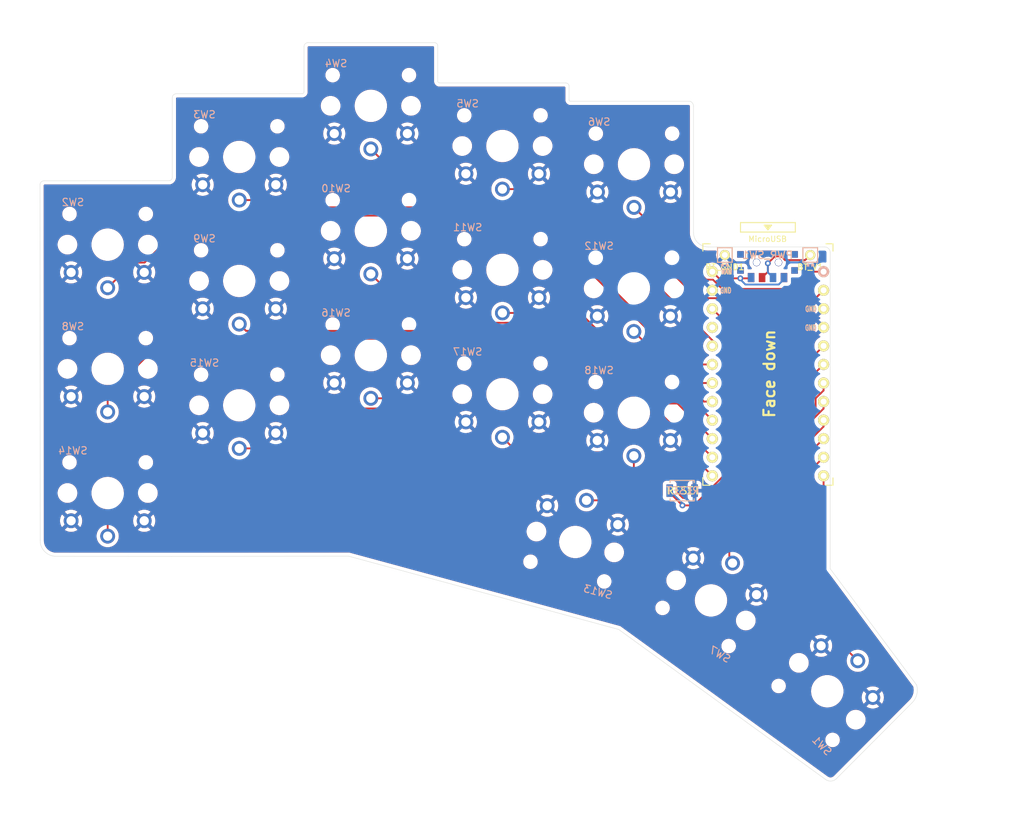
<source format=kicad_pcb>
(kicad_pcb (version 20211014) (generator pcbnew)
  (layers (0 "F.Cu" signal) (31 "B.Cu" signal) (34 "B.Paste" user) (35 "F.Paste" user) (36 "B.SilkS" user "B.Silkscreen") (37 "F.SilkS" user "F.Silkscreen") (38 "B.Mask" user) (39 "F.Mask" user) (44 "Edge.Cuts" user))
  (net 0 "")
  (net 1 "Net-(BT_V1-Pad1)")
  (net 2 "Net-(RSW1-Pad1)")
  (net 3 "GND")
  (net 4 "switch1")
  (net 5 "switch6")
  (net 6 "switch11")
  (net 7 "switch16")
  (net 8 "switch2")
  (net 9 "switch7")
  (net 10 "switch12")
  (net 11 "switch17")
  (net 12 "switch3")
  (net 13 "switch8")
  (net 14 "switch13")
  (net 15 "switch18")
  (net 16 "switch4")
  (net 17 "switch9")
  (net 18 "switch14")
  (net 19 "switch5")
  (net 20 "switch10")
  (net 21 "switch15")
  (net 22 "VCC")
  (net 23 "Net-(PWR_SW1-Pad3)")
  (footprint "kbd:ProMicro_v3_min" (layer "F.Cu") (at 120.711158 67.564)
    (fp_text reference "U1" hide)
    (fp_text value "ProMicro" hide)
    (fp_text user "RAW" (at -5.64 -14.52 unlocked) (layer "B.SilkS") (effects (font (size 0.75 0.5) (thickness 0.125)) (justify mirror)))
    (fp_text user "GND" (at -5.77 -11.88) (layer "B.SilkS") (effects (font (size 0.75 0.5) (thickness 0.125)) (justify mirror)))
    (fp_text user "" (at -1.2065 -16.256) (layer "B.SilkS") (effects (justify mirror)))
    (fp_text user "GND" (at 5.88 -9.35) (layer "B.SilkS") (effects (font (size 0.75 0.5) (thickness 0.125)) (justify mirror)))
    (fp_text user "GND" (at 5.86 -6.77) (layer "B.SilkS") (effects (font (size 0.75 0.5) (thickness 0.125)) (justify mirror)))
    (fp_text user "GND" (at -5.77 -11.91) (layer "F.SilkS") (effects (font (size 0.75 0.5) (thickness 0.125))))
    (fp_text user "GND" (at 5.86 -6.8) (layer "F.SilkS") (effects (font (size 0.75 0.5) (thickness 0.125))))
    (fp_text user "" (at -0.5 -17.25) (layer "F.SilkS"))
    (fp_text user "GND" (at 5.88 -9.38) (layer "F.SilkS") (effects (font (size 0.75 0.5) (thickness 0.125))))
    (fp_text user "MicroUSB" (at -0.05 -18.95) (layer "F.SilkS") (effects (font (size 0.75 0.75) (thickness 0.12))))
    (fp_text user "RAW" (at -5.646009 -14.477575) (layer "F.SilkS") (effects (font (size 0.75 0.5) (thickness 0.125))))
    (fp_line (start 8.9 14.75) (end 7.89 14.75) (layer "F.SilkS") (width 0.15))
    (fp_line (start 0.5 -20.85) (end 0 -20.2) (layer "F.SilkS") (width 0.15))
    (fp_line (start -8.9 14.75) (end -7.9 14.75) (layer "F.SilkS") (width 0.15))
    (fp_line (start -8.9 -18.3) (end -7.9 -18.3) (layer "F.SilkS") (width 0.15))
    (fp_line (start 3.75 -21.2) (end -3.75 -21.2) (layer "F.SilkS") (width 0.15))
    (fp_line (start -0.15 -20.4) (end 0.15 -20.4) (layer "F.SilkS") (width 0.15))
    (fp_line (start -0.5 -20.85) (end 0.5 -20.85) (layer "F.SilkS") (width 0.15))
    (fp_line (start 8.9 -18.3) (end 8.9 -17.3) (layer "F.SilkS") (width 0.15))
    (fp_line (start 3.75 -19.9) (end 3.75 -21.2) (layer "F.SilkS") (width 0.15))
    (fp_line (start 0 -20.2) (end -0.5 -20.85) (layer "F.SilkS") (width 0.15))
    (fp_line (start -8.9 13.7) (end -8.9 14.75) (layer "F.SilkS") (width 0.15))
    (fp_line (start -3.75 -19.9) (end 3.75 -19.9) (layer "F.SilkS") (width 0.15))
    (fp_line (start -0.25 -20.55) (end 0.25 -20.55) (layer "F.SilkS") (width 0.15))
    (fp_line (start 8.9 13.75) (end 8.9 14.75) (layer "F.SilkS") (width 0.15))
    (fp_line (start 8.9 -18.3) (end 7.95 -18.3) (layer "F.SilkS") (width 0.15))
    (fp_line (start -8.9 -18.3) (end -8.9 -17.3) (layer "F.SilkS") (width 0.15))
    (fp_line (start -0.35 -20.7) (end 0.35 -20.7) (layer "F.SilkS") (width 0.15))
    (fp_line (start -3.75 -21.2) (end -3.75 -19.9) (layer "F.SilkS") (width 0.15))
    (pad "1" thru_hole circle locked (at 7.6114 -14.478) (size 1.524 1.524) (drill 0.8128) (layers *.Cu *.SilkS *.Mask) (net 5 "switch6"))
    (pad "2" thru_hole circle locked (at 7.6114 -11.938) (size 1.524 1.524) (drill 0.8128) (layers *.Cu "F.SilkS" "B.Mask") (net 19 "switch5"))
    (pad "3" thru_hole circle locked (at 7.6114 -9.398) (size 1.524 1.524) (drill 0.8128) (layers *.Cu "F.SilkS" "B.Mask") (net 3 "GND"))
    (pad "4" thru_hole circle locked (at 7.6114 -6.858) (size 1.524 1.524) (drill 0.8128) (layers *.Cu "F.SilkS" "B.Mask") (net 3 "GND"))
    (pad "5" thru_hole circle locked (at 7.6114 -4.318) (size 1.524 1.524) (drill 0.8128) (layers *.Cu "F.SilkS" "B.Mask") (net 15 "switch18"))
    (pad "6" thru_hole circle locked (at 7.6114 -1.778) (size 1.524 1.524) (drill 0.8128) (layers *.Cu "F.SilkS" "B.Mask") (net 11 "switch17"))
    (pad "7" thru_hole circle locked (at 7.6114 0.762) (size 1.524 1.524) (drill 0.8128) (layers *.Cu "F.SilkS" "B.Mask") (net 7 "switch16"))
    (pad "8" thru_hole circle locked (at 7.6114 3.302) (size 1.524 1.524) (drill 0.8128) (layers *.Cu "F.SilkS" "B.Mask") (net 21 "switch15"))
    (pad "9" thru_hole circle locked (at 7.6114 5.842) (size 1.524 1.524) (drill 0.8128) (layers *.Cu "F.SilkS" "B.Mask") (net 18 "switch14"))
    (pad "10" thru_hole circle locked (at 7.6114 8.382) (size 1.524 1.524) (drill 0.8128) (layers *.Cu "F.SilkS" "B.Mask") (net 14 "switch13"))
    (pad "11" thru_hole circle locked (at 7.6114 10.922) (size 1.524 1.524) (drill 0.8128) (layers *.Cu "F.SilkS" "B.Mask") (net 9 "switch7"))
    (pad "12" thru_hole circle locked (at 7.6114 13.462) (size 1.524 1.524) (drill 0.8128) (layers *.Cu "F.SilkS" "B.Mask") (net 4 "switch1"))
    (pad "13" thru_hole circle locked (at -7.6086 13.462) (size 1.524 1.524) (drill 0.8128) (layers *.Cu "F.SilkS" "B.Mask") (net 13 "switch8"))
    (pad "14" thru_hole circle locked (at -7.6086 10.922) (size 1.524 1.524) (drill 0.8128) (layers *.Cu "F.SilkS" "B.Mask") (net 17 "switch9"))
    (pad "15" thru_hole circle locked (at -7.6086 8.382) (size 1.524 1.524) (drill 0.8128) (layers *.Cu "F.SilkS" "B.Mask") (net 20 "switch10"))
    (pad "16" thru_hole circle locked (at -7.6086 5.842) (size 1.524 1.524) (drill 0.8128) (layers *.Cu "F.SilkS" "B.Mask") (net 6 "switch11"))
    (pad "17" thru_hole circle locked (at -7.6086 3.302) (size 1.524 1.524) (drill 0.8128) (layers *.Cu "F.SilkS" "B.Mask") (net 10 "switch12"))
    (pad "18" thru_hole circle locked (at -7.6086 0.762) (size 1.524 1.524) (drill 0.8128) (layers *.Cu "F.SilkS" "B.Mask") (net 8 "switch2"))
    (pad "19" thru_hole circle locked (at -7.6086 -1.778) (size 1.524 1.524) (drill 0.8128) (layers *.Cu "F.SilkS" "B.Mask") (net 12 "switch3"))
    (pad "20" thru_hole circle locked (at -7.6086 -4.318) (size 1.524 1.524) (drill 0.8128) (layers *.Cu "F.SilkS" "B.Mask") (net 16 "switch4"))
    (pad "21" thru_hole circle locked (at -7.6086 -6.858) (size 1.524 1.524) (drill 0.8128) (layers *.Cu "F.SilkS" "B.Mask") (net 22 "VCC"))
    (pad "22" thru_hole circle locked (at -7.6086 -9.398) (size 1.524 1.524) (drill 0.8128) (layers *.Cu "F.SilkS" "B.Mask") (net 2 "Net-(RSW1-Pad1)"))
    (pad "23" thru_hole circle locked (at -7.6086 -11.938) (size 1.524 1.524) (drill 0.8128) (layers *.Cu "F.SilkS" "B.Mask") (net 3 "GND"))
    (pad "24" thru_hole circle locked (at -7.6086 -14.478) (size 1.524 1.524) (drill 0.8128) (layers *.Cu "F.SilkS" "B.Mask") (net 23 "Net-(PWR_SW1-Pad3)"))
  )
  (footprint "Exkeylibur:choc_switch_reversible" (layer "F.Cu") (at 66.389158 64.516)
    (fp_text reference "SW16" hide)
    (fp_text value "SW_Push" hide)
    (fp_text user "${REFERENCE}" (at -4.76 -5.8) (layer "B.SilkS") (effects (justify mirror)))
    (pad "" np_thru_hole circle (at 0 0) (size 3.429 3.429) (drill 3.429) (layers *.Cu *.Mask))
    (pad "" np_thru_hole circle (at 5.22 -4.2) (size 0.9906 0.9906) (drill 0.9906) (layers *.Cu *.Mask))
    (pad "" np_thru_hole circle (at 5.5 0) (size 1.7018 1.7018) (drill 1.7018) (layers *.Cu *.Mask))
    (pad "" np_thru_hole circle (at -5.22 -4.2) (size 0.9906 0.9906) (drill 0.9906) (layers *.Cu *.Mask))
    (pad "" np_thru_hole circle (at -5.5 0) (size 1.7018 1.7018) (drill 1.7018) (layers *.Cu *.Mask))
    (pad "1" thru_hole circle (at 0 5.9) (size 2.032 2.032) (drill 1.27) (layers *.Cu *.Mask) (net 7 "switch16"))
    (pad "2" thru_hole circle (at 5 3.8) (size 2.032 2.032) (drill 1.27) (layers *.Cu *.Mask) (net 3 "GND"))
    (pad "2" thru_hole circle (at -5 3.8) (size 2.032 2.032) (drill 1.27) (layers *.Cu *.Mask) (net 3 "GND"))
  )
  (footprint "Exkeylibur:choc_switch_reversible" (layer "F.Cu") (at 112.919158 98.082 150)
    (fp_text reference "SW7" hide)
    (fp_text value "SW_Push" hide)
    (fp_text user "${REFERENCE}" (at -4.76 -5.8 150) (layer "B.SilkS") (effects (justify mirror)))
    (pad "" np_thru_hole circle (at -5.22 -4.2 150) (size 0.9906 0.9906) (drill 0.9906) (layers *.Cu *.Mask))
    (pad "" np_thru_hole circle (at 0 0 150) (size 3.429 3.429) (drill 3.429) (layers *.Cu *.Mask))
    (pad "" np_thru_hole circle (at -5.5 0 150) (size 1.7018 1.7018) (drill 1.7018) (layers *.Cu *.Mask))
    (pad "" np_thru_hole circle (at 5.5 0 150) (size 1.7018 1.7018) (drill 1.7018) (layers *.Cu *.Mask))
    (pad "" np_thru_hole circle (at 5.22 -4.2 150) (size 0.9906 0.9906) (drill 0.9906) (layers *.Cu *.Mask))
    (pad "1" thru_hole circle (at 0 5.9 150) (size 2.032 2.032) (drill 1.27) (layers *.Cu *.Mask) (net 9 "switch7"))
    (pad "2" thru_hole circle (at -5 3.8 150) (size 2.032 2.032) (drill 1.27) (layers *.Cu *.Mask) (net 3 "GND"))
    (pad "2" thru_hole circle (at 5 3.8 150) (size 2.032 2.032) (drill 1.27) (layers *.Cu *.Mask) (net 3 "GND"))
  )
  (footprint "Exkeylibur:choc_switch_reversible" (layer "F.Cu") (at 48.389158 71.374)
    (fp_text reference "SW15" hide)
    (fp_text value "SW_Push" hide)
    (fp_text user "${REFERENCE}" (at -4.76 -5.8) (layer "B.SilkS") (effects (justify mirror)))
    (pad "" np_thru_hole circle (at 5.22 -4.2) (size 0.9906 0.9906) (drill 0.9906) (layers *.Cu *.Mask))
    (pad "" np_thru_hole circle (at -5.22 -4.2) (size 0.9906 0.9906) (drill 0.9906) (layers *.Cu *.Mask))
    (pad "" np_thru_hole circle (at 0 0) (size 3.429 3.429) (drill 3.429) (layers *.Cu *.Mask))
    (pad "" np_thru_hole circle (at -5.5 0) (size 1.7018 1.7018) (drill 1.7018) (layers *.Cu *.Mask))
    (pad "" np_thru_hole circle (at 5.5 0) (size 1.7018 1.7018) (drill 1.7018) (layers *.Cu *.Mask))
    (pad "1" thru_hole circle (at 0 5.9) (size 2.032 2.032) (drill 1.27) (layers *.Cu *.Mask) (net 21 "switch15"))
    (pad "2" thru_hole circle (at 5 3.8) (size 2.032 2.032) (drill 1.27) (layers *.Cu *.Mask) (net 3 "GND"))
    (pad "2" thru_hole circle (at -5 3.8) (size 2.032 2.032) (drill 1.27) (layers *.Cu *.Mask) (net 3 "GND"))
  )
  (footprint "Exkeylibur:choc_switch_reversible" (layer "F.Cu") (at 94.359158 90.082 165)
    (fp_text reference "SW13" hide)
    (fp_text value "SW_Push" hide)
    (fp_text user "${REFERENCE}" (at -4.76 -5.8 165) (layer "B.SilkS") (effects (justify mirror)))
    (pad "" np_thru_hole circle (at -5.22 -4.2 165) (size 0.9906 0.9906) (drill 0.9906) (layers *.Cu *.Mask))
    (pad "" np_thru_hole circle (at 5.5 0 165) (size 1.7018 1.7018) (drill 1.7018) (layers *.Cu *.Mask))
    (pad "" np_thru_hole circle (at 5.22 -4.2 165) (size 0.9906 0.9906) (drill 0.9906) (layers *.Cu *.Mask))
    (pad "" np_thru_hole circle (at -5.5 0 165) (size 1.7018 1.7018) (drill 1.7018) (layers *.Cu *.Mask))
    (pad "" np_thru_hole circle (at 0 0 165) (size 3.429 3.429) (drill 3.429) (layers *.Cu *.Mask))
    (pad "1" thru_hole circle (at 0 5.9 165) (size 2.032 2.032) (drill 1.27) (layers *.Cu *.Mask) (net 14 "switch13"))
    (pad "2" thru_hole circle (at -5 3.8 165) (size 2.032 2.032) (drill 1.27) (layers *.Cu *.Mask) (net 3 "GND"))
    (pad "2" thru_hole circle (at 5 3.8 165) (size 2.032 2.032) (drill 1.27) (layers *.Cu *.Mask) (net 3 "GND"))
  )
  (footprint "Exkeylibur:choc_switch_reversible" (layer "F.Cu") (at 84.389158 69.85)
    (fp_text reference "SW17" hide)
    (fp_text value "SW_Push" hide)
    (fp_text user "${REFERENCE}" (at -4.76 -5.8) (layer "B.SilkS") (effects (justify mirror)))
    (pad "" np_thru_hole circle (at -5.5 0) (size 1.7018 1.7018) (drill 1.7018) (layers *.Cu *.Mask))
    (pad "" np_thru_hole circle (at -5.22 -4.2) (size 0.9906 0.9906) (drill 0.9906) (layers *.Cu *.Mask))
    (pad "" np_thru_hole circle (at 0 0) (size 3.429 3.429) (drill 3.429) (layers *.Cu *.Mask))
    (pad "" np_thru_hole circle (at 5.5 0) (size 1.7018 1.7018) (drill 1.7018) (layers *.Cu *.Mask))
    (pad "" np_thru_hole circle (at 5.22 -4.2) (size 0.9906 0.9906) (drill 0.9906) (layers *.Cu *.Mask))
    (pad "1" thru_hole circle (at 0 5.9) (size 2.032 2.032) (drill 1.27) (layers *.Cu *.Mask) (net 11 "switch17"))
    (pad "2" thru_hole circle (at -5 3.8) (size 2.032 2.032) (drill 1.27) (layers *.Cu *.Mask) (net 3 "GND"))
    (pad "2" thru_hole circle (at 5 3.8) (size 2.032 2.032) (drill 1.27) (layers *.Cu *.Mask) (net 3 "GND"))
  )
  (footprint "Exkeylibur:choc_switch_reversible" (layer "F.Cu") (at 102.369158 72.39)
    (fp_text reference "SW18" hide)
    (fp_text value "SW_Push" hide)
    (fp_text user "${REFERENCE}" (at -4.76 -5.8) (layer "B.SilkS") (effects (justify mirror)))
    (pad "" np_thru_hole circle (at 0 0) (size 3.429 3.429) (drill 3.429) (layers *.Cu *.Mask))
    (pad "" np_thru_hole circle (at 5.22 -4.2) (size 0.9906 0.9906) (drill 0.9906) (layers *.Cu *.Mask))
    (pad "" np_thru_hole circle (at -5.5 0) (size 1.7018 1.7018) (drill 1.7018) (layers *.Cu *.Mask))
    (pad "" np_thru_hole circle (at 5.5 0) (size 1.7018 1.7018) (drill 1.7018) (layers *.Cu *.Mask))
    (pad "" np_thru_hole circle (at -5.22 -4.2) (size 0.9906 0.9906) (drill 0.9906) (layers *.Cu *.Mask))
    (pad "1" thru_hole circle (at 0 5.9) (size 2.032 2.032) (drill 1.27) (layers *.Cu *.Mask) (net 15 "switch18"))
    (pad "2" thru_hole circle (at -5 3.8) (size 2.032 2.032) (drill 1.27) (layers *.Cu *.Mask) (net 3 "GND"))
    (pad "2" thru_hole circle (at 5 3.8) (size 2.032 2.032) (drill 1.27) (layers *.Cu *.Mask) (net 3 "GND"))
  )
  (footprint "Exkeylibur:choc_switch_reversible" (layer "F.Cu") (at 66.389158 30.382)
    (fp_text reference "SW4" hide)
    (fp_text value "SW_Push" hide)
    (fp_text user "${REFERENCE}" (at -4.76 -5.8) (layer "B.SilkS") (effects (justify mirror)))
    (pad "" np_thru_hole circle (at 0 0) (size 3.429 3.429) (drill 3.429) (layers *.Cu *.Mask))
    (pad "" np_thru_hole circle (at -5.22 -4.2) (size 0.9906 0.9906) (drill 0.9906) (layers *.Cu *.Mask))
    (pad "" np_thru_hole circle (at 5.5 0) (size 1.7018 1.7018) (drill 1.7018) (layers *.Cu *.Mask))
    (pad "" np_thru_hole circle (at -5.5 0) (size 1.7018 1.7018) (drill 1.7018) (layers *.Cu *.Mask))
    (pad "" np_thru_hole circle (at 5.22 -4.2) (size 0.9906 0.9906) (drill 0.9906) (layers *.Cu *.Mask))
    (pad "1" thru_hole circle (at 0 5.9) (size 2.032 2.032) (drill 1.27) (layers *.Cu *.Mask) (net 16 "switch4"))
    (pad "2" thru_hole circle (at 5 3.8) (size 2.032 2.032) (drill 1.27) (layers *.Cu *.Mask) (net 3 "GND"))
    (pad "2" thru_hole circle (at -5 3.8) (size 2.032 2.032) (drill 1.27) (layers *.Cu *.Mask) (net 3 "GND"))
  )
  (footprint "Exkeylibur:choc_switch_reversible" (layer "F.Cu") (at 48.389158 37.382)
    (fp_text reference "SW3" hide)
    (fp_text value "SW_Push" hide)
    (fp_text user "${REFERENCE}" (at -4.76 -5.8) (layer "B.SilkS") (effects (justify mirror)))
    (pad "" np_thru_hole circle (at -5.22 -4.2) (size 0.9906 0.9906) (drill 0.9906) (layers *.Cu *.Mask))
    (pad "" np_thru_hole circle (at 5.22 -4.2) (size 0.9906 0.9906) (drill 0.9906) (layers *.Cu *.Mask))
    (pad "" np_thru_hole circle (at 5.5 0) (size 1.7018 1.7018) (drill 1.7018) (layers *.Cu *.Mask))
    (pad "" np_thru_hole circle (at 0 0) (size 3.429 3.429) (drill 3.429) (layers *.Cu *.Mask))
    (pad "" np_thru_hole circle (at -5.5 0) (size 1.7018 1.7018) (drill 1.7018) (layers *.Cu *.Mask))
    (pad "1" thru_hole circle (at 0 5.9) (size 2.032 2.032) (drill 1.27) (layers *.Cu *.Mask) (net 12 "switch3"))
    (pad "2" thru_hole circle (at 5 3.8) (size 2.032 2.032) (drill 1.27) (layers *.Cu *.Mask) (net 3 "GND"))
    (pad "2" thru_hole circle (at -5 3.8) (size 2.032 2.032) (drill 1.27) (layers *.Cu *.Mask) (net 3 "GND"))
  )
  (footprint "Exkeylibur:choc_switch_reversible" (layer "F.Cu") (at 48.389158 54.356)
    (fp_text reference "SW9" hide)
    (fp_text value "SW_Push" hide)
    (fp_text user "${REFERENCE}" (at -4.76 -5.8) (layer "B.SilkS") (effects (justify mirror)))
    (pad "" np_thru_hole circle (at 0 0) (size 3.429 3.429) (drill 3.429) (layers *.Cu *.Mask))
    (pad "" np_thru_hole circle (at 5.22 -4.2) (size 0.9906 0.9906) (drill 0.9906) (layers *.Cu *.Mask))
    (pad "" np_thru_hole circle (at 5.5 0) (size 1.7018 1.7018) (drill 1.7018) (layers *.Cu *.Mask))
    (pad "" np_thru_hole circle (at -5.5 0) (size 1.7018 1.7018) (drill 1.7018) (layers *.Cu *.Mask))
    (pad "" np_thru_hole circle (at -5.22 -4.2) (size 0.9906 0.9906) (drill 0.9906) (layers *.Cu *.Mask))
    (pad "1" thru_hole circle (at 0 5.9) (size 2.032 2.032) (drill 1.27) (layers *.Cu *.Mask) (net 17 "switch9"))
    (pad "2" thru_hole circle (at -5 3.8) (size 2.032 2.032) (drill 1.27) (layers *.Cu *.Mask) (net 3 "GND"))
    (pad "2" thru_hole circle (at 5 3.8) (size 2.032 2.032) (drill 1.27) (layers *.Cu *.Mask) (net 3 "GND"))
  )
  (footprint "Exkeylibur:choc_switch_reversible" (layer "F.Cu") (at 30.389158 83.382)
    (fp_text reference "SW14" hide)
    (fp_text value "SW_Push" hide)
    (fp_text user "${REFERENCE}" (at -4.76 -5.8) (layer "B.SilkS") (effects (justify mirror)))
    (pad "" np_thru_hole circle (at 0 0) (size 3.429 3.429) (drill 3.429) (layers *.Cu *.Mask))
    (pad "" np_thru_hole circle (at 5.5 0) (size 1.7018 1.7018) (drill 1.7018) (layers *.Cu *.Mask))
    (pad "" np_thru_hole circle (at -5.5 0) (size 1.7018 1.7018) (drill 1.7018) (layers *.Cu *.Mask))
    (pad "" np_thru_hole circle (at -5.22 -4.2) (size 0.9906 0.9906) (drill 0.9906) (layers *.Cu *.Mask))
    (pad "" np_thru_hole circle (at 5.22 -4.2) (size 0.9906 0.9906) (drill 0.9906) (layers *.Cu *.Mask))
    (pad "1" thru_hole circle (at 0 5.9) (size 2.032 2.032) (drill 1.27) (layers *.Cu *.Mask) (net 18 "switch14"))
    (pad "2" thru_hole circle (at 5 3.8) (size 2.032 2.032) (drill 1.27) (layers *.Cu *.Mask) (net 3 "GND"))
    (pad "2" thru_hole circle (at -5 3.8) (size 2.032 2.032) (drill 1.27) (layers *.Cu *.Mask) (net 3 "GND"))
  )
  (footprint "Exkeylibur:choc_switch_reversible" (layer "F.Cu") (at 102.369158 55.372)
    (fp_text reference "SW12" hide)
    (fp_text value "SW_Push" hide)
    (fp_text user "${REFERENCE}" (at -4.76 -5.8) (layer "B.SilkS") (effects (justify mirror)))
    (pad "" np_thru_hole circle (at 0 0) (size 3.429 3.429) (drill 3.429) (layers *.Cu *.Mask))
    (pad "" np_thru_hole circle (at 5.5 0) (size 1.7018 1.7018) (drill 1.7018) (layers *.Cu *.Mask))
    (pad "" np_thru_hole circle (at -5.5 0) (size 1.7018 1.7018) (drill 1.7018) (layers *.Cu *.Mask))
    (pad "" np_thru_hole circle (at 5.22 -4.2) (size 0.9906 0.9906) (drill 0.9906) (layers *.Cu *.Mask))
    (pad "" np_thru_hole circle (at -5.22 -4.2) (size 0.9906 0.9906) (drill 0.9906) (layers *.Cu *.Mask))
    (pad "1" thru_hole circle (at 0 5.9) (size 2.032 2.032) (drill 1.27) (layers *.Cu *.Mask) (net 10 "switch12"))
    (pad "2" thru_hole circle (at 5 3.8) (size 2.032 2.032) (drill 1.27) (layers *.Cu *.Mask) (net 3 "GND"))
    (pad "2" thru_hole circle (at -5 3.8) (size 2.032 2.032) (drill 1.27) (layers *.Cu *.Mask) (net 3 "GND"))
  )
  (footprint "Exkeylibur:choc_switch_reversible" (layer "F.Cu") (at 84.389158 52.832)
    (fp_text reference "SW11" hide)
    (fp_text value "SW_Push" hide)
    (fp_text user "${REFERENCE}" (at -4.76 -5.8) (layer "B.SilkS") (effects (justify mirror)))
    (pad "" np_thru_hole circle (at -5.5 0) (size 1.7018 1.7018) (drill 1.7018) (layers *.Cu *.Mask))
    (pad "" np_thru_hole circle (at 0 0) (size 3.429 3.429) (drill 3.429) (layers *.Cu *.Mask))
    (pad "" np_thru_hole circle (at 5.22 -4.2) (size 0.9906 0.9906) (drill 0.9906) (layers *.Cu *.Mask))
    (pad "" np_thru_hole circle (at -5.22 -4.2) (size 0.9906 0.9906) (drill 0.9906) (layers *.Cu *.Mask))
    (pad "" np_thru_hole circle (at 5.5 0) (size 1.7018 1.7018) (drill 1.7018) (layers *.Cu *.Mask))
    (pad "1" thru_hole circle (at 0 5.9) (size 2.032 2.032) (drill 1.27) (layers *.Cu *.Mask) (net 6 "switch11"))
    (pad "2" thru_hole circle (at -5 3.8) (size 2.032 2.032) (drill 1.27) (layers *.Cu *.Mask) (net 3 "GND"))
    (pad "2" thru_hole circle (at 5 3.8) (size 2.032 2.032) (drill 1.27) (layers *.Cu *.Mask) (net 3 "GND"))
  )
  (footprint "Exkeylibur:choc_switch_reversible" (layer "F.Cu") (at 30.389158 66.382)
    (fp_text reference "SW8" hide)
    (fp_text value "SW_Push" hide)
    (fp_text user "${REFERENCE}" (at -4.76 -5.8) (layer "B.SilkS") (effects (justify mirror)))
    (pad "" np_thru_hole circle (at -5.5 0) (size 1.7018 1.7018) (drill 1.7018) (layers *.Cu *.Mask))
    (pad "" np_thru_hole circle (at -5.22 -4.2) (size 0.9906 0.9906) (drill 0.9906) (layers *.Cu *.Mask))
    (pad "" np_thru_hole circle (at 5.5 0) (size 1.7018 1.7018) (drill 1.7018) (layers *.Cu *.Mask))
    (pad "" np_thru_hole circle (at 0 0) (size 3.429 3.429) (drill 3.429) (layers *.Cu *.Mask))
    (pad "" np_thru_hole circle (at 5.22 -4.2) (size 0.9906 0.9906) (drill 0.9906) (layers *.Cu *.Mask))
    (pad "1" thru_hole circle (at 0 5.9) (size 2.032 2.032) (drill 1.27) (layers *.Cu *.Mask) (net 13 "switch8"))
    (pad "2" thru_hole circle (at -5 3.8) (size 2.032 2.032) (drill 1.27) (layers *.Cu *.Mask) (net 3 "GND"))
    (pad "2" thru_hole circle (at 5 3.8) (size 2.032 2.032) (drill 1.27) (layers *.Cu *.Mask) (net 3 "GND"))
  )
  (footprint "Exkeylibur:choc_switch_reversible" (layer "F.Cu") (at 102.389158 38.382)
    (fp_text reference "SW6" hide)
    (fp_text value "SW_Push" hide)
    (fp_text user "${REFERENCE}" (at -4.76 -5.8) (layer "B.SilkS") (effects (justify mirror)))
    (pad "" np_thru_hole circle (at 5.22 -4.2) (size 0.9906 0.9906) (drill 0.9906) (layers *.Cu *.Mask))
    (pad "" np_thru_hole circle (at -5.22 -4.2) (size 0.9906 0.9906) (drill 0.9906) (layers *.Cu *.Mask))
    (pad "" np_thru_hole circle (at 0 0) (size 3.429 3.429) (drill 3.429) (layers *.Cu *.Mask))
    (pad "" np_thru_hole circle (at 5.5 0) (size 1.7018 1.7018) (drill 1.7018) (layers *.Cu *.Mask))
    (pad "" np_thru_hole circle (at -5.5 0) (size 1.7018 1.7018) (drill 1.7018) (layers *.Cu *.Mask))
    (pad "1" thru_hole circle (at 0 5.9) (size 2.032 2.032) (drill 1.27) (layers *.Cu *.Mask) (net 5 "switch6"))
    (pad "2" thru_hole circle (at 5 3.8) (size 2.032 2.032) (drill 1.27) (layers *.Cu *.Mask) (net 3 "GND"))
    (pad "2" thru_hole circle (at -5 3.8) (size 2.032 2.032) (drill 1.27) (layers *.Cu *.Mask) (net 3 "GND"))
  )
  (footprint "Exkeylibur:choc_switch_reversible" (layer "F.Cu") (at 84.389158 35.882)
    (fp_text reference "SW5" hide)
    (fp_text value "SW_Push" hide)
    (fp_text user "${REFERENCE}" (at -4.76 -5.8) (layer "B.SilkS") (effects (justify mirror)))
    (pad "" np_thru_hole circle (at -5.5 0) (size 1.7018 1.7018) (drill 1.7018) (layers *.Cu *.Mask))
    (pad "" np_thru_hole circle (at 5.22 -4.2) (size 0.9906 0.9906) (drill 0.9906) (layers *.Cu *.Mask))
    (pad "" np_thru_hole circle (at -5.22 -4.2) (size 0.9906 0.9906) (drill 0.9906) (layers *.Cu *.Mask))
    (pad "" np_thru_hole circle (at 5.5 0) (size 1.7018 1.7018) (drill 1.7018) (layers *.Cu *.Mask))
    (pad "" np_thru_hole circle (at 0 0) (size 3.429 3.429) (drill 3.429) (layers *.Cu *.Mask))
    (pad "1" thru_hole circle (at 0 5.9) (size 2.032 2.032) (drill 1.27) (layers *.Cu *.Mask) (net 19 "switch5"))
    (pad "2" thru_hole circle (at -5 3.8) (size 2.032 2.032) (drill 1.27) (layers *.Cu *.Mask) (net 3 "GND"))
    (pad "2" thru_hole circle (at 5 3.8) (size 2.032 2.032) (drill 1.27) (layers *.Cu *.Mask) (net 3 "GND"))
  )
  (footprint "Exkeylibur:choc_switch_reversible" (layer "F.Cu") (at 30.389158 49.382)
    (fp_text reference "SW2" hide)
    (fp_text value "SW_Push" hide)
    (fp_text user "${REFERENCE}" (at -4.76 -5.8) (layer "B.SilkS") (effects (justify mirror)))
    (pad "" np_thru_hole circle (at 5.5 0) (size 1.7018 1.7018) (drill 1.7018) (layers *.Cu *.Mask))
    (pad "" np_thru_hole circle (at -5.22 -4.2) (size 0.9906 0.9906) (drill 0.9906) (layers *.Cu *.Mask))
    (pad "" np_thru_hole circle (at -5.5 0) (size 1.7018 1.7018) (drill 1.7018) (layers *.Cu *.Mask))
    (pad "" np_thru_hole circle (at 0 0) (size 3.429 3.429) (drill 3.429) (layers *.Cu *.Mask))
    (pad "" np_thru_hole circle (at 5.22 -4.2) (size 0.9906 0.9906) (drill 0.9906) (layers *.Cu *.Mask))
    (pad "1" thru_hole circle (at 0 5.9) (size 2.032 2.032) (drill 1.27) (layers *.Cu *.Mask) (net 8 "switch2"))
    (pad "2" thru_hole circle (at -5 3.8) (size 2.032 2.032) (drill 1.27) (layers *.Cu *.Mask) (net 3 "GND"))
    (pad "2" thru_hole circle (at 5 3.8) (size 2.032 2.032) (drill 1.27) (layers *.Cu *.Mask) (net 3 "GND"))
  )
  (footprint "Exkeylibur:reset_switch" (layer "F.Cu") (at 108.973158 83.058)
    (fp_text reference "RSW1" hide)
    (fp_text value "SW_Push")
    (fp_text user "RESET" (at 0.127 0) (layer "B.SilkS") (effects (justify mirror)))
    (fp_line (start -1.65 -1.4) (end 1.65 -1.4) (layer "F.SilkS") (width 0.12))
    (fp_line (start -1.65 1.1) (end -1.65 1.4) (layer "F.SilkS") (width 0.12))
    (fp_line (start 1.65 -1.4) (end 1.65 -1.1) (layer "F.SilkS") (width 0.12))
    (fp_line (start 1.65 1.4) (end 1.65 1.1) (layer "F.SilkS") (width 0.12))
    (fp_line (start -1.65 1.4) (end 1.65 1.4) (layer "F.SilkS") (width 0.12))
    (fp_line (start -1.65 -1.1) (end -1.65 -1.4) (layer "F.SilkS") (width 0.12))
    (pad "1" smd rect (at -1.7 0) (size 0.9 1.7) (layers "F.Cu" "F.Paste" "F.Mask") (net 2 "Net-(RSW1-Pad1)"))
    (pad "2" smd rect (at 1.7 0) (size 0.9 1.7) (layers "F.Cu" "F.Paste" "F.Mask") (net 3 "GND"))
  )
  (footprint "Exkeylibur:choc_switch_reversible" (layer "F.Cu") (at 66.389158 47.498)
    (fp_text reference "SW10" hide)
    (fp_text value "SW_Push" hide)
    (fp_text user "${REFERENCE}" (at -4.76 -5.8) (layer "B.SilkS") (effects (justify mirror)))
    (pad "" np_thru_hole circle (at 5.22 -4.2) (size 0.9906 0.9906) (drill 0.9906) (layers *.Cu *.Mask))
    (pad "" np_thru_hole circle (at 0 0) (size 3.429 3.429) (drill 3.429) (layers *.Cu *.Mask))
    (pad "" np_thru_hole circle (at -5.22 -4.2) (size 0.9906 0.9906) (drill 0.9906) (layers *.Cu *.Mask))
    (pad "" np_thru_hole circle (at -5.5 0) (size 1.7018 1.7018) (drill 1.7018) (layers *.Cu *.Mask))
    (pad "" np_thru_hole circle (at 5.5 0) (size 1.7018 1.7018) (drill 1.7018) (layers *.Cu *.Mask))
    (pad "1" thru_hole circle (at 0 5.9) (size 2.032 2.032) (drill 1.27) (layers *.Cu *.Mask) (net 20 "switch10"))
    (pad "2" thru_hole circle (at 5 3.8) (size 2.032 2.032) (drill 1.27) (layers *.Cu *.Mask) (net 3 "GND"))
    (pad "2" thru_hole circle (at -5 3.8) (size 2.032 2.032) (drill 1.27) (layers *.Cu *.Mask) (net 3 "GND"))
  )
  (footprint "Exkeylibur:Bat_MountingHole" (layer "F.Cu") (at 126.499158 50.8)
    (fp_text reference "BT_V1" (at 0 1.651) (layer "F.SilkS") (effects (font (size 0.8128 0.8128))))
    (fp_text value "MountingHole_Pad" hide)
    (fp_text user "**" (at 0 1.651) (layer "B.SilkS") (effects (font (size 0.8128 0.8128)) (justify mirror)))
    (fp_line (start 1 1) (end -1 1) (layer "B.SilkS") (width 0.15))
    (fp_line (start 1 -1) (end 1 1) (layer "B.SilkS") (width 0.15))
    (fp_line (start -1 -1) (end 1 -1) (layer "B.SilkS") (width 0.15))
    (fp_line (start -1 1) (end -1 -1) (layer "B.SilkS") (width 0.15))
    (fp_line (start 1 -1) (end -1 -1) (layer "F.SilkS") (width 0.15))
    (fp_line (start -1 1) (end 1 1) (layer "F.SilkS") (width 0.15))
    (fp_line (start -1 -1) (end -1 1) (layer "F.SilkS") (width 0.15))
    (fp_line (start 1 1) (end 1 -1) (layer "F.SilkS") (width 0.15))
    (pad "1" thru_hole circle (at 0 0) (size 1.397 1.397) (drill 0.8128) (layers *.Cu *.Mask "F.SilkS") (net 1 "Net-(BT_V1-Pad1)"))
  )
  (footprint "Exkeylibur:bat_gnd_mountingHole" (layer "F.Cu") (at 114.815158 50.8)
    (fp_text reference "BT_GND1" (at 0 1.651) (layer "F.SilkS") (effects (font (size 0.8128 0.8128))))
    (fp_text value "MountingHole_Pad" hide)
    (fp_text user "**" (at 0 1.651) (layer "B.SilkS") (effects (font (size 0.8128 0.8128)) (justify mirror)))
    (fp_line (start 1 1) (end -1 1) (layer "B.SilkS") (width 0.15))
    (fp_line (start -1 -1) (end 1 -1) (layer "B.SilkS") (width 0.15))
    (fp_line (start 1 -1) (end 1 1) (layer "B.SilkS") (width 0.15))
    (fp_line (start -1 1) (end -1 -1) (layer "B.SilkS") (width 0.15))
    (fp_line (start 1 -1) (end -1 -1) (layer "F.SilkS") (width 0.15))
    (fp_line (start -1 1) (end 1 1) (layer "F.SilkS") (width 0.15))
    (fp_line (start 1 1) (end 1 -1) (layer "F.SilkS") (width 0.15))
    (fp_line (start -1 -1) (end -1 1) (layer "F.SilkS") (width 0.15))
    (pad "1" thru_hole circle (at 0 0) (size 1.397 1.397) (drill 0.8128) (layers *.Cu *.Mask "F.SilkS") (net 3 "GND"))
  )
  (footprint "Kailh:SPDT_C128955" (layer "F.Cu") (at 120.660425 51.818925)
    (fp_text reference "PWR_SW1" (at 0 -1) (layer "F.SilkS") (effects (justify mirror)))
    (fp_text value "SW_SPDT")
    (pad "" np_thru_hole circle locked (at 1.5 0) (size 1 1) (drill 0.9) (layers *.Cu *.Mask))
    (pad "" np_thru_hole circle locked (at -1.5 0) (size 1 1) (drill 0.9) (layers *.Cu *.Mask))
    (pad "0" smd rect locked (at 3.7 1.1) (size 0.9 0.9) (layers "F.Cu" "F.Paste" "F.Mask"))
    (pad "0" smd rect locked (at -3.7 1.1) (size 0.9 0.9) (layers "F.Cu" "F.Paste" "F.Mask"))
    (pad "0" smd rect locked (at 3.7 -1.1) (size 0.9 0.9) (layers "F.Cu" "F.Paste" "F.Mask"))
    (pad "0" smd rect locked (at -3.7 -1.1) (size 0.9 0.9) (layers "F.Cu" "F.Paste" "F.Mask"))
    (pad "1" smd rect locked (at 2.25 2.075) (size 0.9 1.25) (layers "F.Cu" "F.Paste" "F.Mask"))
    (pad "2" smd rect locked (at -0.75 2.075) (size 0.9 1.25) (layers "F.Cu" "F.Paste" "F.Mask") (net 1 "Net-(BT_V1-Pad1)"))
    (pad "3" smd rect locked (at -2.25 2.075) (size 0.9 1.25) (layers "F.Cu" "F.Paste" "F.Mask") (net 23 "Net-(PWR_SW1-Pad3)"))
  )
  (footprint "Exkeylibur:choc_switch_reversible" (layer "F.Cu") (at 128.833158 110.516425 135)
    (fp_text reference "SW1" hide)
    (fp_text value "SW_Push" hide)
    (fp_text user "${REFERENCE}" (at -4.76 -5.8 135) (layer "B.SilkS") (effects (justify mirror)))
    (pad "" np_thru_hole circle (at -5.5 0 135) (size 1.7018 1.7018) (drill 1.7018) (layers *.Cu *.Mask))
    (pad "" np_thru_hole circle (at 5.22 -4.2 135) (size 0.9906 0.9906) (drill 0.9906) (layers *.Cu *.Mask))
    (pad "" np_thru_hole circle (at 5.5 0 135) (size 1.7018 1.7018) (drill 1.7018) (layers *.Cu *.Mask))
    (pad "" np_thru_hole circle (at -5.22 -4.2 135) (size 0.9906 0.9906) (drill 0.9906) (layers *.Cu *.Mask))
    (pad "" np_thru_hole circle (at 0 0 135) (size 3.429 3.429) (drill 3.429) (layers *.Cu *.Mask))
    (pad "1" thru_hole circle (at 0 5.9 135) (size 2.032 2.032) (drill 1.27) (layers *.Cu *.Mask) (net 4 "switch1"))
    (pad "2" thru_hole circle (at -5 3.8 135) (size 2.032 2.032) (drill 1.27) (layers *.Cu *.Mask) (net 3 "GND"))
    (pad "2" thru_hole circle (at 5 3.8 135) (size 2.032 2.032) (drill 1.27) (layers *.Cu *.Mask) (net 3 "GND"))
  )
  (footprint "Kailh:SPDT_C128955" (layer "B.Cu") (at 120.657158 51.816 180)
    (fp_text reference "PWR_SW1" (at 0 1) (layer "B.SilkS") (effects (justify mirror)))
    (fp_text value "SW_SPDT")
    (pad "" np_thru_hole circle locked (at -1.5 0 180) (size 1 1) (drill 0.9) (layers *.Cu *.Mask))
    (pad "" np_thru_hole circle locked (at 1.5 0 180) (size 1 1) (drill 0.9) (layers *.Cu *.Mask))
    (pad "0" smd rect locked (at -3.7 -1.1 180) (size 0.9 0.9) (layers "B.Cu" "B.Paste" "B.Mask"))
    (pad "0" smd rect locked (at 3.7 1.1 180) (size 0.9 0.9) (layers "B.Cu" "B.Paste" "B.Mask"))
    (pad "0" smd rect locked (at -3.7 1.1 180) (size 0.9 0.9) (layers "B.Cu" "B.Paste" "B.Mask"))
    (pad "0" smd rect locked (at 3.7 -1.1 180) (size 0.9 0.9) (layers "B.Cu" "B.Paste" "B.Mask"))
    (pad "1" smd rect locked (at 2.25 -2.075 180) (size 0.9 1.25) (layers "B.Cu" "B.Paste" "B.Mask"))
    (pad "2" smd rect locked (at -0.75 -2.075 180) (size 0.9 1.25) (layers "B.Cu" "B.Paste" "B.Mask") (net 1 "Net-(BT_V1-Pad1)"))
    (pad "3" smd rect locked (at -2.25 -2.075 180) (size 0.9 1.25) (layers "B.Cu" "B.Paste" "B.Mask") (net 23 "Net-(PWR_SW1-Pad3)"))
  )
  (footprint "Exkeylibur:reset_switch" (layer "B.Cu") (at 108.980425 83.056425)
    (fp_text reference "RSW1" hide)
    (fp_text value "SW_Push")
    (fp_text user "RESET" (at 0.127 0 180) (layer "F.SilkS"))
    (fp_line (start -1.65 -1.4) (end 1.65 -1.4) (layer "B.SilkS") (width 0.12))
    (fp_line (start 1.65 1.4) (end 1.65 1.1) (layer "B.SilkS") (width 0.12))
    (fp_line (start 1.65 -1.4) (end 1.65 -1.1) (layer "B.SilkS") (width 0.12))
    (fp_line (start -1.65 1.1) (end -1.65 1.4) (layer "B.SilkS") (width 0.12))
    (fp_line (start -1.65 -1.1) (end -1.65 -1.4) (layer "B.SilkS") (width 0.12))
    (fp_line (start -1.65 1.4) (end 1.65 1.4) (layer "B.SilkS") (width 0.12))
    (pad "1" smd rect (at -1.7 0) (size 0.9 1.7) (layers "B.Cu" "B.Paste" "B.Mask") (net 2 "Net-(RSW1-Pad1)"))
    (pad "2" smd rect (at 1.7 0) (size 0.9 1.7) (layers "B.Cu" "B.Paste" "B.Mask") (net 3 "GND"))
  )
  (gr_line (start 110.531159 47.763999) (end 110.531203 30.439419) (layer "Edge.Cuts") (width 0.05))
  (gr_arc (start 112.56616 49.694917) (mid 111.153692 49.145716) (end 110.531159 47.763999) (layer "Edge.Cuts") (width 0.05))
  (gr_arc (start 128.471158 49.692) (mid 129.001488 49.91167) (end 129.221158 50.442) (layer "Edge.Cuts") (width 0.05))
  (gr_arc (start 23.155149 92.036425) (mid 21.720356 91.338496) (end 21.155149 89.846425) (layer "Edge.Cuts") (width 0.05))
  (gr_arc (start 110.065149 29.758889) (mid 110.403522 30.027009) (end 110.531203 30.439419) (layer "Edge.Cuts") (width 0.05))
  (gr_line (start 112.56616 49.694917) (end 128.471158 49.692) (layer "Edge.Cuts") (width 0.05))
  (gr_line (start 129.221158 58.42) (end 129.221158 66.548) (layer "Edge.Cuts") (width 0.05))
  (gr_line (start 129.221158 50.442) (end 129.221158 58.42) (layer "Edge.Cuts") (width 0.05))
  (gr_line (start 129.221158 66.548) (end 129.221158 88.656425) (layer "Edge.Cuts") (width 0.05))
  (gr_line (start 21.135144 41.101425) (end 21.155149 89.846425) (layer "Edge.Cuts") (width 0.05))
  (gr_line (start 93.505149 27.616425) (end 93.505149 29.566425) (layer "Edge.Cuts") (width 0.05))
  (gr_arc (start 39.235149 40.106425) (mid 39.137421 40.437582) (end 38.855149 40.636425) (layer "Edge.Cuts") (width 0.05))
  (gr_line (start 57.765149 21.726161) (end 75.102303 21.726161) (layer "Edge.Cuts") (width 0.05))
  (gr_line (start 39.105149 92.046425) (end 23.155149 92.036425) (layer "Edge.Cuts") (width 0.05))
  (gr_arc (start 57.245149 22.296425) (mid 57.393705 21.909672) (end 57.765149 21.726161) (layer "Edge.Cuts") (width 0.05))
  (gr_arc (start 21.135144 41.101425) (mid 21.32982 40.768906) (end 21.695149 40.646425) (layer "Edge.Cuts") (width 0.05))
  (gr_arc (start 93.065149 27.246425) (mid 93.347995 27.356689) (end 93.505149 27.616425) (layer "Edge.Cuts") (width 0.05))
  (gr_arc (start 39.235149 29.256425) (mid 39.367789 28.903823) (end 39.705149 28.736161) (layer "Edge.Cuts") (width 0.05))
  (gr_line (start 63.355149 92.026425) (end 100.295149 102.056425) (layer "Edge.Cuts") (width 0.05))
  (gr_line (start 39.705149 28.736161) (end 57.035149 28.726425) (layer "Edge.Cuts") (width 0.05))
  (gr_arc (start 57.245149 28.436425) (mid 57.199564 28.62445) (end 57.035149 28.726425) (layer "Edge.Cuts") (width 0.05))
  (gr_line (start 130.105149 122.456425) (end 140.425149 112.096425) (layer "Edge.Cuts") (width 0.05))
  (gr_arc (start 75.745149 27.246425) (mid 75.613541 27.171528) (end 75.545149 27.036425) (layer "Edge.Cuts") (width 0.05))
  (gr_line (start 129.221158 88.656425) (end 129.221158 93.736425) (layer "Edge.Cuts") (width 0.05))
  (gr_line (start 39.105149 92.046425) (end 63.355149 92.026425) (layer "Edge.Cuts") (width 0.05))
  (gr_line (start 39.235149 29.256425) (end 39.235149 40.106425) (layer "Edge.Cuts") (width 0.05))
  (gr_line (start 100.295149 102.056425) (end 128.575149 122.576425) (layer "Edge.Cuts") (width 0.05))
  (gr_line (start 21.695149 40.646425) (end 38.855149 40.636425) (layer "Edge.Cuts") (width 0.05))
  (gr_arc (start 141.045149 109.646425) (mid 141.075588 110.957577) (end 140.425149 112.096425) (layer "Edge.Cuts") (width 0.05))
  (gr_line (start 75.545149 22.116425) (end 75.545149 27.036425) (layer "Edge.Cuts") (width 0.05))
  (gr_line (start 57.245149 22.296425) (end 57.245149 28.436425) (layer "Edge.Cuts") (width 0.05))
  (gr_line (start 75.745149 27.246425) (end 93.065149 27.246425) (layer "Edge.Cuts") (width 0.05))
  (gr_arc (start 130.105149 122.456425) (mid 129.363018 122.808008) (end 128.575149 122.576425) (layer "Edge.Cuts") (width 0.05))
  (gr_arc (start 93.655149 29.758889) (mid 93.548294 29.687484) (end 93.505149 29.566425) (layer "Edge.Cuts") (width 0.05))
  (gr_arc (start 75.102303 21.726161) (mid 75.392546 21.8432) (end 75.545149 22.116425) (layer "Edge.Cuts") (width 0.05))
  (gr_line (start 129.221158 93.736425) (end 141.045149 109.646425) (layer "Edge.Cuts") (width 0.05))
  (gr_line (start 93.655149 29.758889) (end 110.065149 29.758889) (layer "Edge.Cuts") (width 0.05))
  (gr_text "Face down" (at 120.911158 67.056 90) (layer "F.SilkS") (effects (font (size 1.5 1.5) (thickness 0.3))))
  (segment (start 125.800658 51.4985) (end 123.04835 51.4985) (width 0.25) (layer "F.Cu") (net 1))
  (segment (start 126.499158 50.8) (end 125.800658 51.4985) (width 0.25) (layer "F.Cu") (net 1))
  (segment (start 123.04835 51.4985) (end 122.541329 50.991479) (width 0.25) (layer "F.Cu") (net 1))
  (segment (start 121.252732 51.394118) (end 120.710425 51.936425) (width 0.25) (layer "F.Cu") (net 1))
  (segment (start 120.710425 51.936425) (end 120.700425 51.936425) (width 0.25) (layer "F.Cu") (net 1))
  (segment (start 120.700425 51.936425) (end 120.700425 53.103925) (width 0.25) (layer "F.Cu") (net 1))
  (segment (start 121.655371 50.991479) (end 121.252732 51.394118) (width 0.25) (layer "F.Cu") (net 1))
  (segment (start 122.541329 50.991479) (end 121.655371 50.991479) (width 0.25) (layer "F.Cu") (net 1))
  (segment (start 120.700425 53.103925) (end 119.910425 53.893925) (width 0.25) (layer "F.Cu") (net 1))
  (via (at 120.700425 51.936425) (size 0.8) (drill 0.4) (layers "F.Cu" "B.Cu") (net 1))
  (segment (start 120.700425 51.936425) (end 120.700425 53.184267) (width 0.25) (layer "B.Cu") (net 1))
  (segment (start 120.700425 53.184267) (end 121.407158 53.891) (width 0.25) (layer "B.Cu") (net 1))
  (segment (start 114.730425 80.934693) (end 110.588693 85.076425) (width 0.25) (layer "F.Cu") (net 2))
  (segment (start 107.57885 83.058) (end 107.273158 83.058) (width 0.25) (layer "F.Cu") (net 2))
  (segment (start 110.588693 85.076425) (end 109.020425 85.076425) (width 0.25) (layer "F.Cu") (net 2))
  (segment (start 114.730425 59.793867) (end 114.730425 60.066425) (width 0.25) (layer "F.Cu") (net 2))
  (segment (start 114.730425 78.394693) (end 114.730425 80.934693) (width 0.25) (layer "F.Cu") (net 2))
  (segment (start 107.273158 83.329158) (end 107.273158 83.058) (width 0.25) (layer "F.Cu") (net 2))
  (segment (start 113.102558 58.166) (end 114.730425 59.793867) (width 0.25) (layer "F.Cu") (net 2))
  (segment (start 109.020425 85.076425) (end 107.273158 83.329158) (width 0.25) (layer "F.Cu") (net 2))
  (segment (start 114.730425 60.066425) (end 114.730425 78.394693) (width 0.25) (layer "F.Cu") (net 2))
  (via (at 109.020425 85.076425) (size 0.8) (drill 0.4) (layers "F.Cu" "B.Cu") (net 2))
  (segment (start 109.020425 84.796425) (end 107.280425 83.056425) (width 0.25) (layer "B.Cu") (net 2))
  (segment (start 109.020425 85.076425) (end 109.020425 84.796425) (width 0.25) (layer "B.Cu") (net 2))
  (segment (start 128.322558 81.026) (end 128.322558 101.661965) (width 0.25) (layer "F.Cu") (net 4))
  (segment (start 128.322558 101.661965) (end 133.005088 106.344495) (width 0.25) (layer "F.Cu") (net 4))
  (segment (start 126.25085 53.086) (end 123.890425 55.446425) (width 0.25) (layer "F.Cu") (net 5))
  (segment (start 112.279669 54.172511) (end 102.389158 44.282) (width 0.25) (layer "F.Cu") (net 5))
  (segment (start 114.459543 55.446425) (end 113.185629 54.172511) (width 0.25) (layer "F.Cu") (net 5))
  (segment (start 128.322558 53.086) (end 126.25085 53.086) (width 0.25) (layer "F.Cu") (net 5))
  (segment (start 113.185629 54.172511) (end 112.279669 54.172511) (width 0.25) (layer "F.Cu") (net 5))
  (segment (start 123.890425 55.446425) (end 114.459543 55.446425) (width 0.25) (layer "F.Cu") (net 5))
  (segment (start 106.307813 70.006425) (end 109.702983 70.006425) (width 0.25) (layer "F.Cu") (net 6))
  (segment (start 109.702983 70.006425) (end 113.102558 73.406) (width 0.25) (layer "F.Cu") (net 6))
  (segment (start 95.033388 58.732) (end 84.389158 58.732) (width 0.25) (layer "F.Cu") (net 6))
  (segment (start 106.307813 70.006425) (end 95.033388 58.732) (width 0.25) (layer "F.Cu") (net 6))
  (segment (start 127.236047 71.840803) (end 111.240425 87.836425) (width 0.25) (layer "F.Cu") (net 7))
  (segment (start 127.887361 69.779489) (end 127.872509 69.779489) (width 0.25) (layer "F.Cu") (net 7))
  (segment (start 73.620425 70.396425) (end 73.60085 70.416) (width 0.25) (layer "F.Cu") (net 7))
  (segment (start 73.60085 70.416) (end 66.389158 70.416) (width 0.25) (layer "F.Cu") (net 7))
  (segment (start 98.530425 78.686425) (end 81.910425 78.686425) (width 0.25) (layer "F.Cu") (net 7))
  (segment (start 128.322558 68.326) (end 128.322558 69.344292) (width 0.25) (layer "F.Cu") (net 7))
  (segment (start 81.910425 78.686425) (end 73.620425 70.396425) (width 0.25) (layer "F.Cu") (net 7))
  (segment (start 107.680425 87.836425) (end 98.530425 78.686425) (width 0.25) (layer "F.Cu") (net 7))
  (segment (start 128.322558 69.344292) (end 127.887361 69.779489) (width 0.25) (layer "F.Cu") (net 7))
  (segment (start 111.240425 87.836425) (end 107.680425 87.836425) (width 0.25) (layer "F.Cu") (net 7))
  (segment (start 127.872509 69.779489) (end 127.236047 70.415951) (width 0.25) (layer "F.Cu") (net 7))
  (segment (start 127.236047 70.415951) (end 127.236047 71.840803) (width 0.25) (layer "F.Cu") (net 7))
  (segment (start 113.102558 68.326) (end 111.556166 68.326) (width 0.25) (layer "F.Cu") (net 8))
  (segment (start 33.829669 51.841489) (end 30.389158 55.282) (width 0.25) (layer "F.Cu") (net 8))
  (segment (start 88.639145 45.408979) (end 41.862935 45.408979) (width 0.25) (layer "F.Cu") (net 8))
  (segment (start 111.556166 68.326) (end 88.639145 45.408979) (width 0.25) (layer "F.Cu") (net 8))
  (segment (start 35.430425 51.841489) (end 33.829669 51.841489) (width 0.25) (layer "F.Cu") (net 8))
  (segment (start 41.862935 45.408979) (end 35.430425 51.841489) (width 0.25) (layer "F.Cu") (net 8))
  (segment (start 115.430425 91.378133) (end 115.430425 91.996425) (width 0.25) (layer "F.Cu") (net 9))
  (segment (start 128.322558 78.486) (end 115.430425 91.378133) (width 0.25) (layer "F.Cu") (net 9))
  (segment (start 113.102558 70.866) (end 111.963158 70.866) (width 0.25) (layer "F.Cu") (net 10))
  (segment (start 111.963158 70.866) (end 102.369158 61.272) (width 0.25) (layer "F.Cu") (net 10))
  (segment (start 98.460425 77.806425) (end 86.445583 77.806425) (width 0.25) (layer "F.Cu") (net 11))
  (segment (start 86.445583 77.806425) (end 84.389158 75.75) (width 0.25) (layer "F.Cu") (net 11))
  (segment (start 125.770425 68.338133) (end 125.770425 72.426425) (width 0.25) (layer "F.Cu") (net 11))
  (segment (start 128.322558 65.786) (end 125.770425 68.338133) (width 0.25) (layer "F.Cu") (net 11))
  (segment (start 107.860425 87.206425) (end 98.460425 77.806425) (width 0.25) (layer "F.Cu") (net 11))
  (segment (start 125.770425 72.426425) (end 110.990425 87.206425) (width 0.25) (layer "F.Cu") (net 11))
  (segment (start 110.990425 87.206425) (end 107.860425 87.206425) (width 0.25) (layer "F.Cu") (net 11))
  (segment (start 50.626 43.282) (end 48.389158 43.282) (width 0.25) (layer "F.Cu") (net 12))
  (segment (start 51.620425 44.276425) (end 50.626 43.282) (width 0.25) (layer "F.Cu") (net 12))
  (segment (start 88.31926 44.276425) (end 51.620425 44.276425) (width 0.25) (layer "F.Cu") (net 12))
  (segment (start 109.828835 65.786) (end 88.31926 44.276425) (width 0.25) (layer "F.Cu") (net 12))
  (segment (start 113.102558 65.786) (end 109.828835 65.786) (width 0.25) (layer "F.Cu") (net 12))
  (segment (start 110.650425 77.111497) (end 95.805353 62.266425) (width 0.25) (layer "F.Cu") (net 13))
  (segment (start 113.102558 81.026) (end 110.650425 78.573867) (width 0.25) (layer "F.Cu") (net 13))
  (segment (start 110.650425 78.573867) (end 110.650425 77.111497) (width 0.25) (layer "F.Cu") (net 13))
  (segment (start 38.140425 62.266425) (end 30.389158 70.017692) (width 0.25) (layer "F.Cu") (net 13))
  (segment (start 30.389158 70.017692) (end 30.389158 72.282) (width 0.25) (layer "F.Cu") (net 13))
  (segment (start 95.805353 62.266425) (end 38.140425 62.266425) (width 0.25) (layer "F.Cu") (net 13))
  (segment (start 114.752133 89.516425) (end 105.940425 89.516425) (width 0.25) (layer "F.Cu") (net 14))
  (segment (start 128.322558 75.946) (end 114.752133 89.516425) (width 0.25) (layer "F.Cu") (net 14))
  (segment (start 100.807038 84.383038) (end 95.88619 84.383038) (width 0.25) (layer "F.Cu") (net 14))
  (segment (start 105.940425 89.516425) (end 100.807038 84.383038) (width 0.25) (layer "F.Cu") (net 14))
  (segment (start 107.990425 86.556425) (end 102.369158 80.935158) (width 0.25) (layer "F.Cu") (net 15))
  (segment (start 110.800425 86.556425) (end 107.990425 86.556425) (width 0.25) (layer "F.Cu") (net 15))
  (segment (start 102.369158 80.935158) (end 102.369158 78.29) (width 0.25) (layer "F.Cu") (net 15))
  (segment (start 124.280425 73.076425) (end 110.800425 86.556425) (width 0.25) (layer "F.Cu") (net 15))
  (segment (start 128.322558 63.246) (end 124.280425 67.288133) (width 0.25) (layer "F.Cu") (net 15))
  (segment (start 124.280425 67.288133) (end 124.280425 73.076425) (width 0.25) (layer "F.Cu") (net 15))
  (segment (start 66.389158 36.282) (end 73.843583 43.736425) (width 0.25) (layer "F.Cu") (net 16))
  (segment (start 73.843583 43.736425) (end 94.364707 43.736425) (width 0.25) (layer "F.Cu") (net 16))
  (segment (start 94.364707 43.736425) (end 113.102558 62.474276) (width 0.25) (layer "F.Cu") (net 16))
  (segment (start 113.102558 62.474276) (end 113.102558 63.246) (width 0.25) (layer "F.Cu") (net 16))
  (segment (start 110.150425 72.938259) (end 108.340171 71.128005) (width 0.25) (layer "F.Cu") (net 17))
  (segment (start 108.340171 71.128005) (end 105.896287 71.128005) (width 0.25) (layer "F.Cu") (net 17))
  (segment (start 113.102558 78.486) (end 110.150425 75.533867) (width 0.25) (layer "F.Cu") (net 17))
  (segment (start 110.150425 75.533867) (end 110.150425 72.938259) (width 0.25) (layer "F.Cu") (net 17))
  (segment (start 105.896287 71.128005) (end 95.954103 61.185821) (width 0.25) (layer "F.Cu") (net 17))
  (segment (start 95.954103 61.185821) (end 49.318979 61.185821) (width 0.25) (layer "F.Cu") (net 17))
  (segment (start 49.318979 61.185821) (end 48.389158 60.256) (width 0.25) (layer "F.Cu") (net 17))
  (segment (start 106.670425 89.026425) (end 113.580425 89.026425) (width 0.25) (layer "F.Cu") (net 18))
  (segment (start 97.229465 79.585465) (end 106.670425 89.026425) (width 0.25) (layer "F.Cu") (net 18))
  (segment (start 113.580425 89.026425) (end 128.322558 74.284292) (width 0.25) (layer "F.Cu") (net 18))
  (segment (start 59.750425 72.696425) (end 72.980425 72.696425) (width 0.25) (layer "F.Cu") (net 18))
  (segment (start 38.040425 79.046425) (end 53.400425 79.046425) (width 0.25) (layer "F.Cu") (net 18))
  (segment (start 79.869465 79.585465) (end 97.229465 79.585465) (width 0.25) (layer "F.Cu") (net 18))
  (segment (start 30.389158 86.697692) (end 38.040425 79.046425) (width 0.25) (layer "F.Cu") (net 18))
  (segment (start 53.400425 79.046425) (end 59.750425 72.696425) (width 0.25) (layer "F.Cu") (net 18))
  (segment (start 72.980425 72.696425) (end 79.869465 79.585465) (width 0.25) (layer "F.Cu") (net 18))
  (segment (start 128.322558 74.284292) (end 128.322558 73.406) (width 0.25) (layer "F.Cu") (net 18))
  (segment (start 30.389158 89.282) (end 30.389158 86.697692) (width 0.25) (layer "F.Cu") (net 18))
  (segment (start 93.046 41.782) (end 84.389158 41.782) (width 0.25) (layer "F.Cu") (net 19))
  (segment (start 98.220425 43.896425) (end 95.160425 43.896425) (width 0.25) (layer "F.Cu") (net 19))
  (segment (start 95.160425 43.896425) (end 93.046 41.782) (width 0.25) (layer "F.Cu") (net 19))
  (segment (start 111.036511 56.712511) (end 98.220425 43.896425) (width 0.25) (layer "F.Cu") (net 19))
  (segment (start 128.322558 55.626) (end 127.236047 56.712511) (width 0.25) (layer "F.Cu") (net 19))
  (segment (start 127.236047 56.712511) (end 111.036511 56.712511) (width 0.25) (layer "F.Cu") (net 19))
  (segment (start 73.063669 60.072511) (end 66.389158 53.398) (width 0.25) (layer "F.Cu") (net 20))
  (segment (start 108.676423 70.516425) (end 111.480425 73.320427) (width 0.25) (layer "F.Cu") (net 20))
  (segment (start 113.102558 75.946) (end 111.480425 74.323867) (width 0.25) (layer "F.Cu") (net 20))
  (segment (start 105.920425 70.516425) (end 95.476511 60.072511) (width 0.25) (layer "F.Cu") (net 20))
  (segment (start 113.102558 75.890392) (end 113.102558 75.946) (width 0.25) (layer "F.Cu") (net 20))
  (segment (start 95.476511 60.072511) (end 73.063669 60.072511) (width 0.25) (layer "F.Cu") (net 20))
  (segment (start 111.480425 74.323867) (end 111.480425 73.320427) (width 0.25) (layer "F.Cu") (net 20))
  (segment (start 105.920425 70.516425) (end 108.676423 70.516425) (width 0.25) (layer "F.Cu") (net 20))
  (segment (start 80.889945 79.135945) (end 73.560425 71.806425) (width 0.25) (layer "F.Cu") (net 21))
  (segment (start 53.70285 77.274) (end 48.389158 77.274) (width 0.25) (layer "F.Cu") (net 21))
  (segment (start 128.322558 71.824292) (end 111.720425 88.426425) (width 0.25) (layer "F.Cu") (net 21))
  (segment (start 111.720425 88.426425) (end 107.180425 88.426425) (width 0.25) (layer "F.Cu") (net 21))
  (segment (start 73.560425 71.806425) (end 59.170425 71.806425) (width 0.25) (layer "F.Cu") (net 21))
  (segment (start 128.322558 70.866) (end 128.322558 71.824292) (width 0.25) (layer "F.Cu") (net 21))
  (segment (start 59.170425 71.806425) (end 53.70285 77.274) (width 0.25) (layer "F.Cu") (net 21))
  (segment (start 97.889945 79.135945) (end 80.889945 79.135945) (width 0.25) (layer "F.Cu") (net 21))
  (segment (start 107.180425 88.426425) (end 97.889945 79.135945) (width 0.25) (layer "F.Cu") (net 21))
  (segment (start 113.102558 53.086) (end 114.012983 53.996425) (width 0.25) (layer "F.Cu") (net 23))
  (segment (start 116.940425 53.996425) (end 118.307925 53.996425) (width 0.25) (layer "F.Cu") (net 23))
  (segment (start 114.012983 53.996425) (end 116.940425 53.996425) (width 0.25) (layer "F.Cu") (net 23))
  (segment (start 118.307925 53.996425) (end 118.410425 53.893925) (width 0.25) (layer "F.Cu") (net 23))
  (via (at 116.940425 53.996425) (size 0.8) (drill 0.4) (layers "F.Cu" "B.Cu") (net 23))
  (segment (start 122.186339 54.840511) (end 122.907158 54.119692) (width 0.25) (layer "B.Cu") (net 23))
  (segment (start 116.940425 54.148289) (end 117.632647 54.840511) (width 0.25) (layer "B.Cu") (net 23))
  (segment (start 117.632647 54.840511) (end 122.186339 54.840511) (width 0.25) (layer "B.Cu") (net 23))
  (segment (start 122.907158 54.119692) (end 122.907158 53.891) (width 0.25) (layer "B.Cu") (net 23))
  (segment (start 116.940425 53.996425) (end 116.940425 54.148289) (width 0.25) (layer "B.Cu") (net 23))
  (zone (net 3) (net_name "GND") (layer "F.Cu") (connect_pads (clearance 0.508)) (min_thickness 0.254) (fill yes (thermal_gap 0.508) (thermal_bridge_width 0.508))
    (polygon (pts (xy 149.330425 125.326425) (xy 18.400425 122.976425) (xy 20.250425 19.076425) (xy 149.670425 18.906425)))
  )
  (zone (net 3) (net_name "GND") (layer "B.Cu") (connect_pads (clearance 0.508)) (min_thickness 0.254) (fill yes (thermal_gap 0.508) (thermal_bridge_width 0.508))
    (polygon (pts (xy 153.680425 130.356425) (xy 15.860425 130.146425) (xy 15.660425 16.106425) (xy 155.760425 15.896425)))
  )
)
</source>
